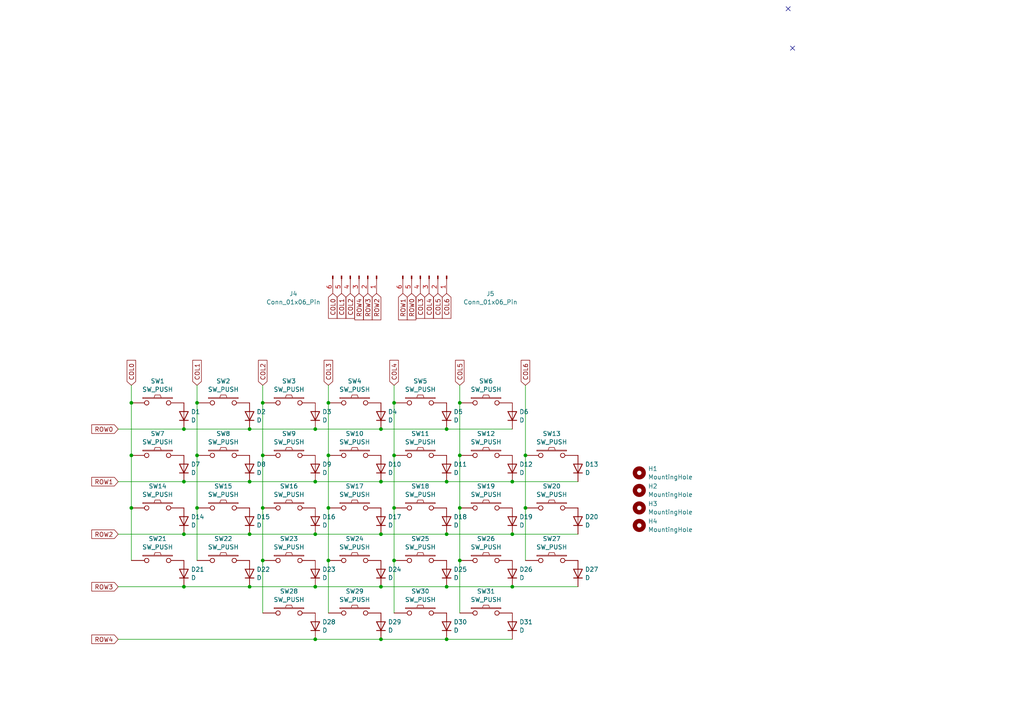
<source format=kicad_sch>
(kicad_sch (version 20230121) (generator eeschema)
  (paper "A4")
  (lib_symbols
    (symbol "0_kbd:SW_PUSH" (pin_numbers hide) (pin_names (offset 1.016) hide)
      (property "Reference" "SW" (at 3.81 2.794 0))
      (property "Value" "SW_PUSH" (at 0 -2.032 0))
      (symbol "SW_PUSH_0_1"
        (rectangle (start -4.318 1.27) (end 4.318 1.524))
        (polyline (pts (xy -1.016 1.524) (xy -0.762 2.286) (xy 0.762 2.286) (xy 1.016 1.524)))
        (pin passive inverted (at -7.62 0 0) (length 5.08) (name "1") (number "1"))
        (pin passive inverted (at 7.62 0 180) (length 5.08) (name "2") (number "2"))
      )
    )
    (symbol "Connector:Conn_01x06_Pin" (pin_names (offset 1.016) hide)
      (property "Reference" "J" (at 0 7.62 0))
      (property "Value" "Conn_01x06_Pin" (at 0 -10.16 0))
      (symbol "Conn_01x06_Pin_1_1"
        (polyline (pts (xy 1.27 -7.62) (xy 0.8636 -7.62)) (stroke (width 0.1524)))
        (polyline (pts (xy 1.27 -5.08) (xy 0.8636 -5.08)) (stroke (width 0.1524)))
        (polyline (pts (xy 1.27 -2.54) (xy 0.8636 -2.54)) (stroke (width 0.1524)))
        (polyline (pts (xy 1.27 0) (xy 0.8636 0)) (stroke (width 0.1524)))
        (polyline (pts (xy 1.27 2.54) (xy 0.8636 2.54)) (stroke (width 0.1524)))
        (polyline (pts (xy 1.27 5.08) (xy 0.8636 5.08)) (stroke (width 0.1524)))
        (rectangle (start 0.8636 -7.493) (end 0 -7.747) (stroke (width 0.1524)) (fill (type outline)))
        (rectangle (start 0.8636 -4.953) (end 0 -5.207) (stroke (width 0.1524)) (fill (type outline)))
        (rectangle (start 0.8636 -2.413) (end 0 -2.667) (stroke (width 0.1524)) (fill (type outline)))
        (rectangle (start 0.8636 0.127) (end 0 -0.127) (stroke (width 0.1524)) (fill (type outline)))
        (rectangle (start 0.8636 2.667) (end 0 2.413) (stroke (width 0.1524)) (fill (type outline)))
        (rectangle (start 0.8636 5.207) (end 0 4.953) (stroke (width 0.1524)) (fill (type outline)))
        (pin passive line (at 5.08 5.08 180) (length 3.81) (name "Pin_1") (number "1"))
        (pin passive line (at 5.08 2.54 180) (length 3.81) (name "Pin_2") (number "2"))
        (pin passive line (at 5.08 0 180) (length 3.81) (name "Pin_3") (number "3"))
        (pin passive line (at 5.08 -2.54 180) (length 3.81) (name "Pin_4") (number "4"))
        (pin passive line (at 5.08 -5.08 180) (length 3.81) (name "Pin_5") (number "5"))
        (pin passive line (at 5.08 -7.62 180) (length 3.81) (name "Pin_6") (number "6"))
      )
    )
    (symbol "Device:D" (pin_numbers hide) (pin_names (offset 1.016) hide)
      (property "Reference" "D" (at 0 2.54 0))
      (property "Value" "D" (at 0 -2.54 0))
      (symbol "D_0_1"
        (polyline (pts (xy -1.27 1.27) (xy -1.27 -1.27)) (stroke (width 0.254)))
        (polyline (pts (xy 1.27 0) (xy -1.27 0)))
        (polyline (pts (xy 1.27 1.27) (xy 1.27 -1.27) (xy -1.27 0) (xy 1.27 1.27)) (stroke (width 0.254)))
      )
      (symbol "D_1_1"
        (pin passive line (at -3.81 0 0) (length 2.54) (name "K") (number "1"))
        (pin passive line (at 3.81 0 180) (length 2.54) (name "A") (number "2"))
      )
    )
    (symbol "Mechanical:MountingHole" (pin_names (offset 1.016))
      (property "Reference" "H" (at 0 5.08 0))
      (property "Value" "MountingHole" (at 0 3.175 0))
      (symbol "MountingHole_0_1"
        (circle (center 0 0) (radius 1.27) (stroke (width 1.27)))
      )
    )
  )
  (junction (at 133.35 116.84))
  (junction (at 148.59 154.94))
  (junction (at 38.1 116.84))
  (junction (at 129.54 154.94))
  (junction (at 95.25 116.84))
  (junction (at 148.59 170.18))
  (junction (at 91.44 185.42))
  (junction (at 129.54 124.46))
  (junction (at 91.44 170.18))
  (junction (at 76.2 147.32))
  (junction (at 110.49 154.94))
  (junction (at 114.3 132.08))
  (junction (at 148.59 139.7))
  (junction (at 38.1 132.08))
  (junction (at 72.39 124.46))
  (junction (at 114.3 116.84))
  (junction (at 110.49 124.46))
  (junction (at 133.35 132.08))
  (junction (at 57.15 147.32))
  (junction (at 72.39 170.18))
  (junction (at 76.2 162.56))
  (junction (at 91.44 139.7))
  (junction (at 129.54 139.7))
  (junction (at 72.39 139.7))
  (junction (at 129.54 185.42))
  (junction (at 110.49 185.42))
  (junction (at 110.49 170.18))
  (junction (at 72.39 154.94))
  (junction (at 95.25 147.32))
  (junction (at 129.54 170.18))
  (junction (at 152.4 132.08))
  (junction (at 95.25 162.56))
  (junction (at 53.34 170.18))
  (junction (at 110.49 139.7))
  (junction (at 57.15 116.84))
  (junction (at 152.4 147.32))
  (junction (at 133.35 162.56))
  (junction (at 114.3 147.32))
  (junction (at 76.2 116.84))
  (junction (at 57.15 132.08))
  (junction (at 38.1 147.32))
  (junction (at 53.34 124.46))
  (junction (at 53.34 154.94))
  (junction (at 91.44 154.94))
  (junction (at 95.25 132.08))
  (junction (at 114.3 162.56))
  (junction (at 91.44 124.46))
  (junction (at 133.35 147.32))
  (junction (at 76.2 132.08))
  (junction (at 53.34 139.7))
  (no_connect (at 229.87 13.97))
  (no_connect (at 228.6 2.54))
  (wire (pts (xy 53.34 124.46) (xy 72.39 124.46)))
  (wire (pts (xy 57.15 116.84) (xy 57.15 132.08)))
  (wire (pts (xy 91.44 124.46) (xy 110.49 124.46)))
  (wire (pts (xy 76.2 132.08) (xy 76.2 147.32)))
  (wire (pts (xy 129.54 154.94) (xy 148.59 154.94)))
  (wire (pts (xy 76.2 116.84) (xy 76.2 132.08)))
  (wire (pts (xy 34.29 139.7) (xy 53.34 139.7)))
  (wire (pts (xy 129.54 185.42) (xy 148.59 185.42)))
  (wire (pts (xy 38.1 147.32) (xy 38.1 162.56)))
  (wire (pts (xy 129.54 139.7) (xy 148.59 139.7)))
  (wire (pts (xy 72.39 170.18) (xy 91.44 170.18)))
  (wire (pts (xy 34.29 185.42) (xy 91.44 185.42)))
  (wire (pts (xy 38.1 132.08) (xy 38.1 147.32)))
  (wire (pts (xy 34.29 124.46) (xy 53.34 124.46)))
  (wire (pts (xy 133.35 162.56) (xy 133.35 177.8)))
  (wire (pts (xy 152.4 132.08) (xy 152.4 147.32)))
  (wire (pts (xy 38.1 116.84) (xy 38.1 132.08)))
  (wire (pts (xy 57.15 147.32) (xy 57.15 162.56)))
  (wire (pts (xy 72.39 154.94) (xy 91.44 154.94)))
  (wire (pts (xy 148.59 154.94) (xy 167.64 154.94)))
  (wire (pts (xy 72.39 139.7) (xy 91.44 139.7)))
  (wire (pts (xy 129.54 124.46) (xy 148.59 124.46)))
  (wire (pts (xy 91.44 139.7) (xy 110.49 139.7)))
  (wire (pts (xy 34.29 154.94) (xy 53.34 154.94)))
  (wire (pts (xy 95.25 147.32) (xy 95.25 162.56)))
  (wire (pts (xy 95.25 162.56) (xy 95.25 177.8)))
  (wire (pts (xy 34.29 170.18) (xy 53.34 170.18)))
  (wire (pts (xy 95.25 132.08) (xy 95.25 147.32)))
  (wire (pts (xy 148.59 139.7) (xy 167.64 139.7)))
  (wire (pts (xy 53.34 154.94) (xy 72.39 154.94)))
  (wire (pts (xy 110.49 154.94) (xy 129.54 154.94)))
  (wire (pts (xy 95.25 116.84) (xy 95.25 132.08)))
  (wire (pts (xy 91.44 154.94) (xy 110.49 154.94)))
  (wire (pts (xy 91.44 185.42) (xy 110.49 185.42)))
  (wire (pts (xy 114.3 132.08) (xy 114.3 147.32)))
  (wire (pts (xy 114.3 147.32) (xy 114.3 162.56)))
  (wire (pts (xy 110.49 185.42) (xy 129.54 185.42)))
  (wire (pts (xy 76.2 147.32) (xy 76.2 162.56)))
  (wire (pts (xy 53.34 170.18) (xy 72.39 170.18)))
  (wire (pts (xy 72.39 124.46) (xy 91.44 124.46)))
  (wire (pts (xy 152.4 111.76) (xy 152.4 132.08)))
  (wire (pts (xy 38.1 111.76) (xy 38.1 116.84)))
  (wire (pts (xy 53.34 139.7) (xy 72.39 139.7)))
  (wire (pts (xy 133.35 116.84) (xy 133.35 132.08)))
  (wire (pts (xy 133.35 147.32) (xy 133.35 162.56)))
  (wire (pts (xy 95.25 111.76) (xy 95.25 116.84)))
  (wire (pts (xy 152.4 147.32) (xy 152.4 162.56)))
  (wire (pts (xy 110.49 139.7) (xy 129.54 139.7)))
  (wire (pts (xy 133.35 132.08) (xy 133.35 147.32)))
  (wire (pts (xy 148.59 170.18) (xy 167.64 170.18)))
  (wire (pts (xy 57.15 111.76) (xy 57.15 116.84)))
  (wire (pts (xy 76.2 162.56) (xy 76.2 177.8)))
  (wire (pts (xy 129.54 170.18) (xy 148.59 170.18)))
  (wire (pts (xy 114.3 116.84) (xy 114.3 132.08)))
  (wire (pts (xy 91.44 170.18) (xy 110.49 170.18)))
  (wire (pts (xy 114.3 162.56) (xy 114.3 177.8)))
  (wire (pts (xy 110.49 170.18) (xy 129.54 170.18)))
  (wire (pts (xy 114.3 111.76) (xy 114.3 116.84)))
  (wire (pts (xy 57.15 132.08) (xy 57.15 147.32)))
  (wire (pts (xy 76.2 111.76) (xy 76.2 116.84)))
  (wire (pts (xy 133.35 111.76) (xy 133.35 116.84)))
  (wire (pts (xy 110.49 124.46) (xy 129.54 124.46)))
  (global_label "COL1" (shape input) (at 57.15 111.76 90) (property "Intersheetrefs" "${INTERSHEET_REFS}" (effects hide)))
  (global_label "ROW1" (shape input) (at 34.29 139.7 180) (property "Intersheetrefs" "${INTERSHEET_REFS}" (effects hide)))
  (global_label "ROW3" (shape input) (at 106.68 85.09 270) (property "Intersheetrefs" "${INTERSHEET_REFS}" (effects hide)))
  (global_label "COL4" (shape input) (at 114.3 111.76 90) (property "Intersheetrefs" "${INTERSHEET_REFS}" (effects hide)))
  (global_label "COL3" (shape input) (at 121.92 85.09 270) (property "Intersheetrefs" "${INTERSHEET_REFS}" (effects hide)))
  (global_label "COL5" (shape input) (at 133.35 111.76 90) (property "Intersheetrefs" "${INTERSHEET_REFS}" (effects hide)))
  (global_label "COL5" (shape input) (at 127 85.09 270) (property "Intersheetrefs" "${INTERSHEET_REFS}" (effects hide)))
  (global_label "COL0" (shape input) (at 38.1 111.76 90) (property "Intersheetrefs" "${INTERSHEET_REFS}" (effects hide)))
  (global_label "COL4" (shape input) (at 124.46 85.09 270) (property "Intersheetrefs" "${INTERSHEET_REFS}" (effects hide)))
  (global_label "COL3" (shape input) (at 95.25 111.76 90) (property "Intersheetrefs" "${INTERSHEET_REFS}" (effects hide)))
  (global_label "COL2" (shape input) (at 101.6 85.09 270) (property "Intersheetrefs" "${INTERSHEET_REFS}" (effects hide)))
  (global_label "COL6" (shape input) (at 152.4 111.76 90) (property "Intersheetrefs" "${INTERSHEET_REFS}" (effects hide)))
  (global_label "ROW0" (shape input) (at 119.38 85.09 270) (property "Intersheetrefs" "${INTERSHEET_REFS}" (effects hide)))
  (global_label "ROW4" (shape input) (at 104.14 85.09 270) (property "Intersheetrefs" "${INTERSHEET_REFS}" (effects hide)))
  (global_label "COL2" (shape input) (at 76.2 111.76 90) (property "Intersheetrefs" "${INTERSHEET_REFS}" (effects hide)))
  (global_label "ROW4" (shape input) (at 34.29 185.42 180) (property "Intersheetrefs" "${INTERSHEET_REFS}" (effects hide)))
  (global_label "ROW1" (shape input) (at 116.84 85.09 270) (property "Intersheetrefs" "${INTERSHEET_REFS}" (effects hide)))
  (global_label "ROW0" (shape input) (at 34.29 124.46 180) (property "Intersheetrefs" "${INTERSHEET_REFS}" (effects hide)))
  (global_label "COL0" (shape input) (at 96.52 85.09 270) (property "Intersheetrefs" "${INTERSHEET_REFS}" (effects hide)))
  (global_label "ROW2" (shape input) (at 109.22 85.09 270) (property "Intersheetrefs" "${INTERSHEET_REFS}" (effects hide)))
  (global_label "COL6" (shape input) (at 129.54 85.09 270) (property "Intersheetrefs" "${INTERSHEET_REFS}" (effects hide)))
  (global_label "ROW3" (shape input) (at 34.29 170.18 180) (property "Intersheetrefs" "${INTERSHEET_REFS}" (effects hide)))
  (global_label "ROW2" (shape input) (at 34.29 154.94 180) (property "Intersheetrefs" "${INTERSHEET_REFS}" (effects hide)))
  (global_label "COL1" (shape input) (at 99.06 85.09 270) (property "Intersheetrefs" "${INTERSHEET_REFS}" (effects hide)))
  (symbol (lib_id "0_kbd:SW_PUSH") (at 45.72 116.84 0) (unit 1)
    (property "Reference" "SW1" (at 45.72 110.5367 0))
    (property "Value" "SW_PUSH" (at 45.72 112.9609 0))
    (property "Footprint" "0_kbd:CherryMX_MidHeight_Hotswap" (effects hide))
  )
  (symbol (lib_id "0_kbd:SW_PUSH") (at 83.82 116.84 0) (unit 1)
    (property "Reference" "SW3" (at 83.82 110.5367 0))
    (property "Value" "SW_PUSH" (at 83.82 112.9609 0))
    (property "Footprint" "0_kbd:CherryMX_MidHeight_Hotswap" (effects hide))
  )
  (symbol (lib_id "Device:D") (at 91.44 135.89 90) (unit 1)
    (property "Reference" "D9" (at 93.472 134.6779 90) (effects (justify right)))
    (property "Value" "D" (at 93.472 137.1021 90) (effects (justify right)))
    (property "Footprint" "0_kbd:D3_SMD_v2" (effects hide))
    (property "Sim.Device" "D" (effects hide))
    (property "Sim.Pins" "1=K 2=A" (effects hide))
  )
  (symbol (lib_id "0_kbd:SW_PUSH") (at 83.82 132.08 0) (unit 1)
    (property "Reference" "SW9" (at 83.82 125.7767 0))
    (property "Value" "SW_PUSH" (at 83.82 128.2009 0))
    (property "Footprint" "0_kbd:CherryMX_MidHeight_Hotswap" (effects hide))
  )
  (symbol (lib_id "Device:D") (at 129.54 120.65 90) (unit 1)
    (property "Reference" "D5" (at 131.572 119.4379 90) (effects (justify right)))
    (property "Value" "D" (at 131.572 121.8621 90) (effects (justify right)))
    (property "Footprint" "0_kbd:D3_SMD_v2" (effects hide))
    (property "Sim.Device" "D" (effects hide))
    (property "Sim.Pins" "1=K 2=A" (effects hide))
  )
  (symbol (lib_id "Device:D") (at 53.34 120.65 90) (unit 1)
    (property "Reference" "D1" (at 55.372 119.4379 90) (effects (justify right)))
    (property "Value" "D" (at 55.372 121.8621 90) (effects (justify right)))
    (property "Footprint" "0_kbd:D3_SMD_v2" (effects hide))
    (property "Sim.Device" "D" (effects hide))
    (property "Sim.Pins" "1=K 2=A" (effects hide))
  )
  (symbol (lib_id "0_kbd:SW_PUSH") (at 121.92 162.56 0) (unit 1)
    (property "Reference" "SW25" (at 121.92 156.2567 0))
    (property "Value" "SW_PUSH" (at 121.92 158.6809 0))
    (property "Footprint" "0_kbd:CherryMX_MidHeight_Hotswap" (effects hide))
  )
  (symbol (lib_id "0_kbd:SW_PUSH") (at 140.97 177.8 0) (unit 1)
    (property "Reference" "SW31" (at 140.97 171.4967 0))
    (property "Value" "SW_PUSH" (at 140.97 173.9209 0))
    (property "Footprint" "0_kbd:CherryMX_MidHeight_Hotswap_1.5u" (effects hide))
  )
  (symbol (lib_id "Connector:Conn_01x06_Pin") (at 124.46 80.01 270) (unit 1)
    (property "Reference" "J5" (at 142.24 85.2058 90))
    (property "Value" "Conn_01x06_Pin" (at 142.24 87.63 90))
    (property "Footprint" "0_Connector_JST:JST_ZH_B6B-ZR_1x06_P1.50mm_Vertical" (effects hide))
  )
  (symbol (lib_id "0_kbd:SW_PUSH") (at 102.87 147.32 0) (unit 1)
    (property "Reference" "SW17" (at 102.87 141.0167 0))
    (property "Value" "SW_PUSH" (at 102.87 143.4409 0))
    (property "Footprint" "0_kbd:CherryMX_MidHeight_Hotswap" (effects hide))
  )
  (symbol (lib_id "0_kbd:SW_PUSH") (at 140.97 162.56 0) (unit 1)
    (property "Reference" "SW26" (at 140.97 156.2567 0))
    (property "Value" "SW_PUSH" (at 140.97 158.6809 0))
    (property "Footprint" "0_kbd:CherryMX_MidHeight_Hotswap" (effects hide))
  )
  (symbol (lib_id "0_kbd:SW_PUSH") (at 64.77 132.08 0) (unit 1)
    (property "Reference" "SW8" (at 64.77 125.7767 0))
    (property "Value" "SW_PUSH" (at 64.77 128.2009 0))
    (property "Footprint" "0_kbd:CherryMX_MidHeight_Hotswap" (effects hide))
  )
  (symbol (lib_id "0_kbd:SW_PUSH") (at 83.82 177.8 0) (unit 1)
    (property "Reference" "SW28" (at 83.82 171.4967 0))
    (property "Value" "SW_PUSH" (at 83.82 173.9209 0))
    (property "Footprint" "0_kbd:CherryMX_MidHeight_Hotswap" (effects hide))
  )
  (symbol (lib_id "0_kbd:SW_PUSH") (at 102.87 132.08 0) (unit 1)
    (property "Reference" "SW10" (at 102.87 125.7767 0))
    (property "Value" "SW_PUSH" (at 102.87 128.2009 0))
    (property "Footprint" "0_kbd:CherryMX_MidHeight_Hotswap" (effects hide))
  )
  (symbol (lib_id "Device:D") (at 129.54 135.89 90) (unit 1)
    (property "Reference" "D11" (at 131.572 134.6779 90) (effects (justify right)))
    (property "Value" "D" (at 131.572 137.1021 90) (effects (justify right)))
    (property "Footprint" "0_kbd:D3_SMD_v2" (effects hide))
    (property "Sim.Device" "D" (effects hide))
    (property "Sim.Pins" "1=K 2=A" (effects hide))
  )
  (symbol (lib_id "Device:D") (at 148.59 181.61 90) (unit 1)
    (property "Reference" "D31" (at 150.622 180.3979 90) (effects (justify right)))
    (property "Value" "D" (at 150.622 182.8221 90) (effects (justify right)))
    (property "Footprint" "0_kbd:D3_SMD_v2" (effects hide))
    (property "Sim.Device" "D" (effects hide))
    (property "Sim.Pins" "1=K 2=A" (effects hide))
  )
  (symbol (lib_id "Device:D") (at 91.44 120.65 90) (unit 1)
    (property "Reference" "D3" (at 93.472 119.4379 90) (effects (justify right)))
    (property "Value" "D" (at 93.472 121.8621 90) (effects (justify right)))
    (property "Footprint" "0_kbd:D3_SMD_v2" (effects hide))
    (property "Sim.Device" "D" (effects hide))
    (property "Sim.Pins" "1=K 2=A" (effects hide))
  )
  (symbol (lib_id "Mechanical:MountingHole") (at 185.42 137.16 0) (unit 1)
    (property "Reference" "H1" (at 187.96 135.9479 0) (effects (justify left)))
    (property "Value" "MountingHole" (at 187.96 138.3721 0) (effects (justify left)))
    (property "Footprint" "0_kbd:M2_Hole_TH_Outside" (effects hide))
  )
  (symbol (lib_id "0_kbd:SW_PUSH") (at 45.72 132.08 0) (unit 1)
    (property "Reference" "SW7" (at 45.72 125.7767 0))
    (property "Value" "SW_PUSH" (at 45.72 128.2009 0))
    (property "Footprint" "0_kbd:CherryMX_MidHeight_Hotswap" (effects hide))
  )
  (symbol (lib_id "0_kbd:SW_PUSH") (at 45.72 147.32 0) (unit 1)
    (property "Reference" "SW14" (at 45.72 141.0167 0))
    (property "Value" "SW_PUSH" (at 45.72 143.4409 0))
    (property "Footprint" "0_kbd:CherryMX_MidHeight_Hotswap" (effects hide))
  )
  (symbol (lib_id "Mechanical:MountingHole") (at 185.42 147.32 0) (unit 1)
    (property "Reference" "H3" (at 187.96 146.1079 0) (effects (justify left)))
    (property "Value" "MountingHole" (at 187.96 148.5321 0) (effects (justify left)))
    (property "Footprint" "0_kbd:M2_Hole_TH_Outside" (effects hide))
  )
  (symbol (lib_id "Device:D") (at 72.39 135.89 90) (unit 1)
    (property "Reference" "D8" (at 74.422 134.6779 90) (effects (justify right)))
    (property "Value" "D" (at 74.422 137.1021 90) (effects (justify right)))
    (property "Footprint" "0_kbd:D3_SMD_v2" (effects hide))
    (property "Sim.Device" "D" (effects hide))
    (property "Sim.Pins" "1=K 2=A" (effects hide))
  )
  (symbol (lib_id "Device:D") (at 167.64 151.13 90) (unit 1)
    (property "Reference" "D20" (at 169.672 149.9179 90) (effects (justify right)))
    (property "Value" "D" (at 169.672 152.3421 90) (effects (justify right)))
    (property "Footprint" "0_kbd:D3_SMD_v2" (effects hide))
    (property "Sim.Device" "D" (effects hide))
    (property "Sim.Pins" "1=K 2=A" (effects hide))
  )
  (symbol (lib_id "Device:D") (at 53.34 151.13 90) (unit 1)
    (property "Reference" "D14" (at 55.372 149.9179 90) (effects (justify right)))
    (property "Value" "D" (at 55.372 152.3421 90) (effects (justify right)))
    (property "Footprint" "0_kbd:D3_SMD_v2" (effects hide))
    (property "Sim.Device" "D" (effects hide))
    (property "Sim.Pins" "1=K 2=A" (effects hide))
  )
  (symbol (lib_id "0_kbd:SW_PUSH") (at 102.87 177.8 0) (unit 1)
    (property "Reference" "SW29" (at 102.87 171.4967 0))
    (property "Value" "SW_PUSH" (at 102.87 173.9209 0))
    (property "Footprint" "0_kbd:CherryMX_MidHeight_Hotswap" (effects hide))
  )
  (symbol (lib_id "0_kbd:SW_PUSH") (at 64.77 147.32 0) (unit 1)
    (property "Reference" "SW15" (at 64.77 141.0167 0))
    (property "Value" "SW_PUSH" (at 64.77 143.4409 0))
    (property "Footprint" "0_kbd:CherryMX_MidHeight_Hotswap" (effects hide))
  )
  (symbol (lib_id "Device:D") (at 72.39 151.13 90) (unit 1)
    (property "Reference" "D15" (at 74.422 149.9179 90) (effects (justify right)))
    (property "Value" "D" (at 74.422 152.3421 90) (effects (justify right)))
    (property "Footprint" "0_kbd:D3_SMD_v2" (effects hide))
    (property "Sim.Device" "D" (effects hide))
    (property "Sim.Pins" "1=K 2=A" (effects hide))
  )
  (symbol (lib_id "0_kbd:SW_PUSH") (at 140.97 132.08 0) (unit 1)
    (property "Reference" "SW12" (at 140.97 125.7767 0))
    (property "Value" "SW_PUSH" (at 140.97 128.2009 0))
    (property "Footprint" "0_kbd:CherryMX_MidHeight_Hotswap" (effects hide))
  )
  (symbol (lib_id "Device:D") (at 72.39 166.37 90) (unit 1)
    (property "Reference" "D22" (at 74.422 165.1579 90) (effects (justify right)))
    (property "Value" "D" (at 74.422 167.5821 90) (effects (justify right)))
    (property "Footprint" "0_kbd:D3_SMD_v2" (effects hide))
    (property "Sim.Device" "D" (effects hide))
    (property "Sim.Pins" "1=K 2=A" (effects hide))
  )
  (symbol (lib_id "0_kbd:SW_PUSH") (at 121.92 147.32 0) (unit 1)
    (property "Reference" "SW18" (at 121.92 141.0167 0))
    (property "Value" "SW_PUSH" (at 121.92 143.4409 0))
    (property "Footprint" "0_kbd:CherryMX_MidHeight_Hotswap" (effects hide))
  )
  (symbol (lib_id "0_kbd:SW_PUSH") (at 64.77 162.56 0) (unit 1)
    (property "Reference" "SW22" (at 64.77 156.2567 0))
    (property "Value" "SW_PUSH" (at 64.77 158.6809 0))
    (property "Footprint" "0_kbd:CherryMX_MidHeight_Hotswap" (effects hide))
  )
  (symbol (lib_id "Device:D") (at 91.44 181.61 90) (unit 1)
    (property "Reference" "D28" (at 93.472 180.3979 90) (effects (justify right)))
    (property "Value" "D" (at 93.472 182.8221 90) (effects (justify right)))
    (property "Footprint" "0_kbd:D3_SMD_v2" (effects hide))
    (property "Sim.Device" "D" (effects hide))
    (property "Sim.Pins" "1=K 2=A" (effects hide))
  )
  (symbol (lib_id "0_kbd:SW_PUSH") (at 140.97 116.84 0) (unit 1)
    (property "Reference" "SW6" (at 140.97 110.5367 0))
    (property "Value" "SW_PUSH" (at 140.97 112.9609 0))
    (property "Footprint" "0_kbd:CherryMX_MidHeight_Hotswap" (effects hide))
  )
  (symbol (lib_id "Mechanical:MountingHole") (at 185.42 142.24 0) (unit 1)
    (property "Reference" "H2" (at 187.96 141.0279 0) (effects (justify left)))
    (property "Value" "MountingHole" (at 187.96 143.4521 0) (effects (justify left)))
    (property "Footprint" "0_kbd:M2_Hole_TH_Outside" (effects hide))
  )
  (symbol (lib_id "Device:D") (at 129.54 151.13 90) (unit 1)
    (property "Reference" "D18" (at 131.572 149.9179 90) (effects (justify right)))
    (property "Value" "D" (at 131.572 152.3421 90) (effects (justify right)))
    (property "Footprint" "0_kbd:D3_SMD_v2" (effects hide))
    (property "Sim.Device" "D" (effects hide))
    (property "Sim.Pins" "1=K 2=A" (effects hide))
  )
  (symbol (lib_id "0_kbd:SW_PUSH") (at 121.92 116.84 0) (unit 1)
    (property "Reference" "SW5" (at 121.92 110.5367 0))
    (property "Value" "SW_PUSH" (at 121.92 112.9609 0))
    (property "Footprint" "0_kbd:CherryMX_MidHeight_Hotswap" (effects hide))
  )
  (symbol (lib_id "0_kbd:SW_PUSH") (at 160.02 162.56 0) (unit 1)
    (property "Reference" "SW27" (at 160.02 156.2567 0))
    (property "Value" "SW_PUSH" (at 160.02 158.6809 0))
    (property "Footprint" "0_kbd:CherryMX_MidHeight_Hotswap" (effects hide))
  )
  (symbol (lib_id "Device:D") (at 148.59 166.37 90) (unit 1)
    (property "Reference" "D26" (at 150.622 165.1579 90) (effects (justify right)))
    (property "Value" "D" (at 150.622 167.5821 90) (effects (justify right)))
    (property "Footprint" "0_kbd:D3_SMD_v2" (effects hide))
    (property "Sim.Device" "D" (effects hide))
    (property "Sim.Pins" "1=K 2=A" (effects hide))
  )
  (symbol (lib_id "0_kbd:SW_PUSH") (at 160.02 132.08 0) (unit 1)
    (property "Reference" "SW13" (at 160.02 125.7767 0))
    (property "Value" "SW_PUSH" (at 160.02 128.2009 0))
    (property "Footprint" "0_kbd:CherryMX_MidHeight_Hotswap" (effects hide))
  )
  (symbol (lib_id "0_kbd:SW_PUSH") (at 121.92 132.08 0) (unit 1)
    (property "Reference" "SW11" (at 121.92 125.7767 0))
    (property "Value" "SW_PUSH" (at 121.92 128.2009 0))
    (property "Footprint" "0_kbd:CherryMX_MidHeight_Hotswap" (effects hide))
  )
  (symbol (lib_id "Device:D") (at 72.39 120.65 90) (unit 1)
    (property "Reference" "D2" (at 74.422 119.4379 90) (effects (justify right)))
    (property "Value" "D" (at 74.422 121.8621 90) (effects (justify right)))
    (property "Footprint" "0_kbd:D3_SMD_v2" (effects hide))
    (property "Sim.Device" "D" (effects hide))
    (property "Sim.Pins" "1=K 2=A" (effects hide))
  )
  (symbol (lib_id "0_kbd:SW_PUSH") (at 121.92 177.8 0) (unit 1)
    (property "Reference" "SW30" (at 121.92 171.4967 0))
    (property "Value" "SW_PUSH" (at 121.92 173.9209 0))
    (property "Footprint" "0_kbd:CherryMX_MidHeight_Hotswap" (effects hide))
  )
  (symbol (lib_id "Connector:Conn_01x06_Pin") (at 104.14 80.01 270) (unit 1)
    (property "Reference" "J4" (at 85.09 85.2058 90))
    (property "Value" "Conn_01x06_Pin" (at 85.09 87.63 90))
    (property "Footprint" "0_Connector_JST:JST_ZH_B6B-ZR_1x06_P1.50mm_Vertical" (effects hide))
  )
  (symbol (lib_id "0_kbd:SW_PUSH") (at 83.82 162.56 0) (unit 1)
    (property "Reference" "SW23" (at 83.82 156.2567 0))
    (property "Value" "SW_PUSH" (at 83.82 158.6809 0))
    (property "Footprint" "0_kbd:CherryMX_MidHeight_Hotswap" (effects hide))
  )
  (symbol (lib_id "Device:D") (at 167.64 135.89 90) (unit 1)
    (property "Reference" "D13" (at 169.672 134.6779 90) (effects (justify right)))
    (property "Value" "D" (at 169.672 137.1021 90) (effects (justify right)))
    (property "Footprint" "0_kbd:D3_SMD_v2" (effects hide))
    (property "Sim.Device" "D" (effects hide))
    (property "Sim.Pins" "1=K 2=A" (effects hide))
  )
  (symbol (lib_id "0_kbd:SW_PUSH") (at 45.72 162.56 0) (unit 1)
    (property "Reference" "SW21" (at 45.72 156.2567 0))
    (property "Value" "SW_PUSH" (at 45.72 158.6809 0))
    (property "Footprint" "0_kbd:CherryMX_MidHeight_Hotswap" (effects hide))
  )
  (symbol (lib_id "Device:D") (at 53.34 135.89 90) (unit 1)
    (property "Reference" "D7" (at 55.372 134.6779 90) (effects (justify right)))
    (property "Value" "D" (at 55.372 137.1021 90) (effects (justify right)))
    (property "Footprint" "0_kbd:D3_SMD_v2" (effects hide))
    (property "Sim.Device" "D" (effects hide))
    (property "Sim.Pins" "1=K 2=A" (effects hide))
  )
  (symbol (lib_id "Device:D") (at 110.49 151.13 90) (unit 1)
    (property "Reference" "D17" (at 112.522 149.9179 90) (effects (justify right)))
    (property "Value" "D" (at 112.522 152.3421 90) (effects (justify right)))
    (property "Footprint" "0_kbd:D3_SMD_v2" (effects hide))
    (property "Sim.Device" "D" (effects hide))
    (property "Sim.Pins" "1=K 2=A" (effects hide))
  )
  (symbol (lib_id "0_kbd:SW_PUSH") (at 140.97 147.32 0) (unit 1)
    (property "Reference" "SW19" (at 140.97 141.0167 0))
    (property "Value" "SW_PUSH" (at 140.97 143.4409 0))
    (property "Footprint" "0_kbd:CherryMX_MidHeight_Hotswap" (effects hide))
  )
  (symbol (lib_id "Device:D") (at 110.49 181.61 90) (unit 1)
    (property "Reference" "D29" (at 112.522 180.3979 90) (effects (justify right)))
    (property "Value" "D" (at 112.522 182.8221 90) (effects (justify right)))
    (property "Footprint" "0_kbd:D3_SMD_v2" (effects hide))
    (property "Sim.Device" "D" (effects hide))
    (property "Sim.Pins" "1=K 2=A" (effects hide))
  )
  (symbol (lib_id "Device:D") (at 129.54 181.61 90) (unit 1)
    (property "Reference" "D30" (at 131.572 180.3979 90) (effects (justify right)))
    (property "Value" "D" (at 131.572 182.8221 90) (effects (justify right)))
    (property "Footprint" "0_kbd:D3_SMD_v2" (effects hide))
    (property "Sim.Device" "D" (effects hide))
    (property "Sim.Pins" "1=K 2=A" (effects hide))
  )
  (symbol (lib_id "0_kbd:SW_PUSH") (at 160.02 147.32 0) (unit 1)
    (property "Reference" "SW20" (at 160.02 141.0167 0))
    (property "Value" "SW_PUSH" (at 160.02 143.4409 0))
    (property "Footprint" "0_kbd:CherryMX_MidHeight_Hotswap" (effects hide))
  )
  (symbol (lib_id "Device:D") (at 148.59 151.13 90) (unit 1)
    (property "Reference" "D19" (at 150.622 149.9179 90) (effects (justify right)))
    (property "Value" "D" (at 150.622 152.3421 90) (effects (justify right)))
    (property "Footprint" "0_kbd:D3_SMD_v2" (effects hide))
    (property "Sim.Device" "D" (effects hide))
    (property "Sim.Pins" "1=K 2=A" (effects hide))
  )
  (symbol (lib_id "Device:D") (at 148.59 135.89 90) (unit 1)
    (property "Reference" "D12" (at 150.622 134.6779 90) (effects (justify right)))
    (property "Value" "D" (at 150.622 137.1021 90) (effects (justify right)))
    (property "Footprint" "0_kbd:D3_SMD_v2" (effects hide))
    (property "Sim.Device" "D" (effects hide))
    (property "Sim.Pins" "1=K 2=A" (effects hide))
  )
  (symbol (lib_id "Device:D") (at 91.44 151.13 90) (unit 1)
    (property "Reference" "D16" (at 93.472 149.9179 90) (effects (justify right)))
    (property "Value" "D" (at 93.472 152.3421 90) (effects (justify right)))
    (property "Footprint" "0_kbd:D3_SMD_v2" (effects hide))
    (property "Sim.Device" "D" (effects hide))
    (property "Sim.Pins" "1=K 2=A" (effects hide))
  )
  (symbol (lib_id "0_kbd:SW_PUSH") (at 83.82 147.32 0) (unit 1)
    (property "Reference" "SW16" (at 83.82 141.0167 0))
    (property "Value" "SW_PUSH" (at 83.82 143.4409 0))
    (property "Footprint" "0_kbd:CherryMX_MidHeight_Hotswap" (effects hide))
  )
  (symbol (lib_id "Device:D") (at 53.34 166.37 90) (unit 1)
    (property "Reference" "D21" (at 55.372 165.1579 90) (effects (justify right)))
    (property "Value" "D" (at 55.372 167.5821 90) (effects (justify right)))
    (property "Footprint" "0_kbd:D3_SMD_v2" (effects hide))
    (property "Sim.Device" "D" (effects hide))
    (property "Sim.Pins" "1=K 2=A" (effects hide))
  )
  (symbol (lib_id "0_kbd:SW_PUSH") (at 102.87 162.56 0) (unit 1)
    (property "Reference" "SW24" (at 102.87 156.2567 0))
    (property "Value" "SW_PUSH" (at 102.87 158.6809 0))
    (property "Footprint" "0_kbd:CherryMX_MidHeight_Hotswap" (effects hide))
  )
  (symbol (lib_id "Device:D") (at 148.59 120.65 90) (unit 1)
    (property "Reference" "D6" (at 150.622 119.4379 90) (effects (justify right)))
    (property "Value" "D" (at 150.622 121.8621 90) (effects (justify right)))
    (property "Footprint" "0_kbd:D3_SMD_v2" (effects hide))
    (property "Sim.Device" "D" (effects hide))
    (property "Sim.Pins" "1=K 2=A" (effects hide))
  )
  (symbol (lib_id "Device:D") (at 129.54 166.37 90) (unit 1)
    (property "Reference" "D25" (at 131.572 165.1579 90) (effects (justify right)))
    (property "Value" "D" (at 131.572 167.5821 90) (effects (justify right)))
    (property "Footprint" "0_kbd:D3_SMD_v2" (effects hide))
    (property "Sim.Device" "D" (effects hide))
    (property "Sim.Pins" "1=K 2=A" (effects hide))
  )
  (symbol (lib_id "Mechanical:MountingHole") (at 185.42 152.4 0) (unit 1)
    (property "Reference" "H4" (at 187.96 151.1879 0) (effects (justify left)))
    (property "Value" "MountingHole" (at 187.96 153.6121 0) (effects (justify left)))
    (property "Footprint" "0_kbd:M2_Hole_TH_Outside" (effects hide))
  )
  (symbol (lib_id "0_kbd:SW_PUSH") (at 64.77 116.84 0) (unit 1)
    (property "Reference" "SW2" (at 64.77 110.5367 0))
    (property "Value" "SW_PUSH" (at 64.77 112.9609 0))
    (property "Footprint" "0_kbd:CherryMX_MidHeight_Hotswap" (effects hide))
  )
  (symbol (lib_id "0_kbd:SW_PUSH") (at 102.87 116.84 0) (unit 1)
    (property "Reference" "SW4" (at 102.87 110.5367 0))
    (property "Value" "SW_PUSH" (at 102.87 112.9609 0))
    (property "Footprint" "0_kbd:CherryMX_MidHeight_Hotswap" (effects hide))
  )
  (symbol (lib_id "Device:D") (at 91.44 166.37 90) (unit 1)
    (property "Reference" "D23" (at 93.472 165.1579 90) (effects (justify right)))
    (property "Value" "D" (at 93.472 167.5821 90) (effects (justify right)))
    (property "Footprint" "0_kbd:D3_SMD_v2" (effects hide))
    (property "Sim.Device" "D" (effects hide))
    (property "Sim.Pins" "1=K 2=A" (effects hide))
  )
  (symbol (lib_id "Device:D") (at 110.49 120.65 90) (unit 1)
    (property "Reference" "D4" (at 112.522 119.4379 90) (effects (justify right)))
    (property "Value" "D" (at 112.522 121.8621 90) (effects (justify right)))
    (property "Footprint" "0_kbd:D3_SMD_v2" (effects hide))
    (property "Sim.Device" "D" (effects hide))
    (property "Sim.Pins" "1=K 2=A" (effects hide))
  )
  (symbol (lib_id "Device:D") (at 110.49 166.37 90) (unit 1)
    (property "Reference" "D24" (at 112.522 165.1579 90) (effects (justify right)))
    (property "Value" "D" (at 112.522 167.5821 90) (effects (justify right)))
    (property "Footprint" "0_kbd:D3_SMD_v2" (effects hide))
    (property "Sim.Device" "D" (effects hide))
    (property "Sim.Pins" "1=K 2=A" (effects hide))
  )
  (symbol (lib_id "Device:D") (at 167.64 166.37 90) (unit 1)
    (property "Reference" "D27" (at 169.672 165.1579 90) (effects (justify right)))
    (property "Value" "D" (at 169.672 167.5821 90) (effects (justify right)))
    (property "Footprint" "0_kbd:D3_SMD_v2" (effects hide))
    (property "Sim.Device" "D" (effects hide))
    (property "Sim.Pins" "1=K 2=A" (effects hide))
  )
  (symbol (lib_id "Device:D") (at 110.49 135.89 90) (unit 1)
    (property "Reference" "D10" (at 112.522 134.6779 90) (effects (justify right)))
    (property "Value" "D" (at 112.522 137.1021 90) (effects (justify right)))
    (property "Footprint" "0_kbd:D3_SMD_v2" (effects hide))
    (property "Sim.Device" "D" (effects hide))
    (property "Sim.Pins" "1=K 2=A" (effects hide))
  )
)
</source>
